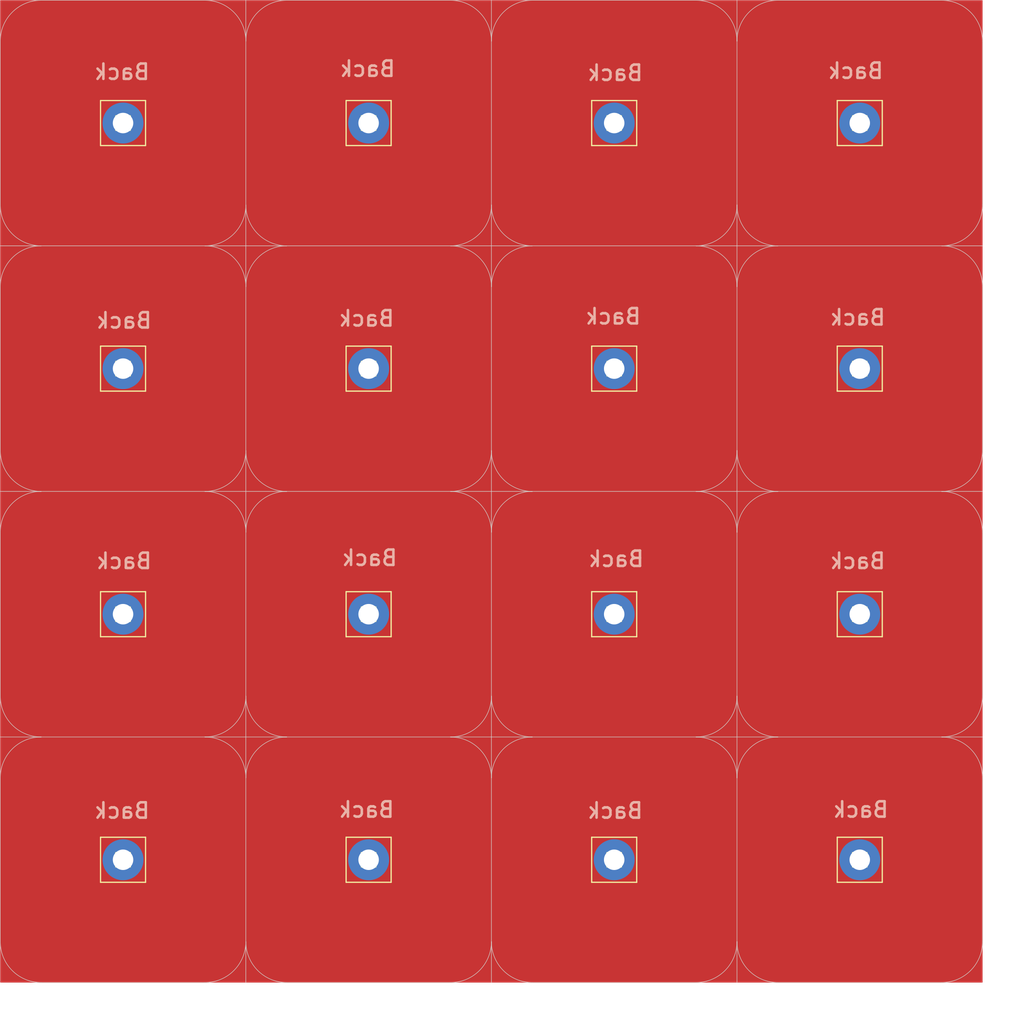
<source format=kicad_pcb>
(kicad_pcb (version 20171130) (host pcbnew 5.1.5+dfsg1-2build2)

  (general
    (thickness 1.6)
    (drawings 111)
    (tracks 0)
    (zones 0)
    (modules 32)
    (nets 2)
  )

  (page A4)
  (layers
    (0 F.Cu signal hide)
    (31 B.Cu signal)
    (32 B.Adhes user)
    (33 F.Adhes user)
    (34 B.Paste user)
    (35 F.Paste user)
    (36 B.SilkS user)
    (37 F.SilkS user)
    (38 B.Mask user)
    (39 F.Mask user)
    (40 Dwgs.User user)
    (41 Cmts.User user)
    (42 Eco1.User user)
    (43 Eco2.User user)
    (44 Edge.Cuts user)
    (45 Margin user)
    (46 B.CrtYd user)
    (47 F.CrtYd user)
    (48 B.Fab user)
    (49 F.Fab user)
  )

  (setup
    (last_trace_width 0.25)
    (trace_clearance 0.2)
    (zone_clearance 0.508)
    (zone_45_only no)
    (trace_min 0.2)
    (via_size 0.8)
    (via_drill 0.4)
    (via_min_size 0.4)
    (via_min_drill 0.3)
    (uvia_size 0.3)
    (uvia_drill 0.1)
    (uvias_allowed no)
    (uvia_min_size 0.2)
    (uvia_min_drill 0.1)
    (edge_width 0.05)
    (segment_width 0.2)
    (pcb_text_width 0.3)
    (pcb_text_size 1.5 1.5)
    (mod_edge_width 0.12)
    (mod_text_size 1 1)
    (mod_text_width 0.15)
    (pad_size 4 4)
    (pad_drill 2)
    (pad_to_mask_clearance 0.051)
    (solder_mask_min_width 0.25)
    (aux_axis_origin 165 54)
    (visible_elements FFFFFF7F)
    (pcbplotparams
      (layerselection 0x010f0_ffffffff)
      (usegerberextensions true)
      (usegerberattributes false)
      (usegerberadvancedattributes false)
      (creategerberjobfile false)
      (excludeedgelayer true)
      (linewidth 0.100000)
      (plotframeref false)
      (viasonmask false)
      (mode 1)
      (useauxorigin true)
      (hpglpennumber 1)
      (hpglpenspeed 20)
      (hpglpendiameter 15.000000)
      (psnegative false)
      (psa4output false)
      (plotreference false)
      (plotvalue false)
      (plotinvisibletext false)
      (padsonsilk false)
      (subtractmaskfromsilk true)
      (outputformat 1)
      (mirror false)
      (drillshape 0)
      (scaleselection 1)
      (outputdirectory "gerbers_panel_4x4"))
  )

  (net 0 "")
  (net 1 T)

  (net_class Default "This is the default net class."
    (clearance 0.2)
    (trace_width 0.25)
    (via_dia 0.8)
    (via_drill 0.4)
    (uvia_dia 0.3)
    (uvia_drill 0.1)
    (add_net T)
  )

  (module TestPoint:TestPoint_Pad_4.0x4.0mm (layer F.Cu) (tedit 5FF8AEAA) (tstamp 613C83E6)
    (at 105 66)
    (descr "SMD rectangular pad as test Point, square 4.0mm side length")
    (tags "test point SMD pad rectangle square")
    (path /5FF8AE39)
    (attr virtual)
    (fp_text reference TP1 (at 0 -2.898) (layer F.SilkS) hide
      (effects (font (size 1 1) (thickness 0.15)))
    )
    (fp_text value TestPoint (at 0 3.1) (layer F.Fab)
      (effects (font (size 1 1) (thickness 0.15)))
    )
    (fp_text user %R (at 0 -2.9) (layer F.Fab)
      (effects (font (size 1 1) (thickness 0.15)))
    )
    (fp_line (start -2.2 -2.2) (end 2.2 -2.2) (layer F.SilkS) (width 0.12))
    (fp_line (start 2.2 -2.2) (end 2.2 2.2) (layer F.SilkS) (width 0.12))
    (fp_line (start 2.2 2.2) (end -2.2 2.2) (layer F.SilkS) (width 0.12))
    (fp_line (start -2.2 2.2) (end -2.2 -2.2) (layer F.SilkS) (width 0.12))
    (fp_line (start -2.5 -2.5) (end 2.5 -2.5) (layer F.CrtYd) (width 0.05))
    (fp_line (start -2.5 -2.5) (end -2.5 2.5) (layer F.CrtYd) (width 0.05))
    (fp_line (start 2.5 2.5) (end 2.5 -2.5) (layer F.CrtYd) (width 0.05))
    (fp_line (start 2.5 2.5) (end -2.5 2.5) (layer F.CrtYd) (width 0.05))
    (pad 1 smd rect (at 0 0) (size 24 24) (layers F.Cu))
  )

  (module TestPoint:TestPoint_THTPad_1.0x1.0mm_Drill0.5mm (layer F.Cu) (tedit 613C7D69) (tstamp 613C83D7)
    (at 81 90)
    (descr "THT rectangular pad as test Point, square 1.0mm side length, hole diameter 0.5mm")
    (tags "test point THT pad rectangle square")
    (path /5FF8B219)
    (attr virtual)
    (fp_text reference H1 (at 0 -1.448) (layer F.SilkS) hide
      (effects (font (size 1 1) (thickness 0.15)))
    )
    (fp_text value MountingHole_Pad (at 0 1.55) (layer F.Fab)
      (effects (font (size 1 1) (thickness 0.15)))
    )
    (fp_text user %R (at 0 -1.45) (layer F.Fab)
      (effects (font (size 1 1) (thickness 0.15)))
    )
    (fp_line (start -0.7 -0.7) (end 0.7 -0.7) (layer F.SilkS) (width 0.12))
    (fp_line (start 0.7 -0.7) (end 0.7 0.7) (layer F.SilkS) (width 0.12))
    (fp_line (start 0.7 0.7) (end -0.7 0.7) (layer F.SilkS) (width 0.12))
    (fp_line (start -0.7 0.7) (end -0.7 -0.7) (layer F.SilkS) (width 0.12))
    (fp_line (start -1 -1) (end 1 -1) (layer F.CrtYd) (width 0.05))
    (fp_line (start -1 -1) (end -1 1) (layer F.CrtYd) (width 0.05))
    (fp_line (start 1 1) (end 1 -1) (layer F.CrtYd) (width 0.05))
    (fp_line (start 1 1) (end -1 1) (layer F.CrtYd) (width 0.05))
    (pad 1 thru_hole circle (at 0 0) (size 4 4) (drill 2) (layers *.Cu *.Mask))
  )

  (module TestPoint:TestPoint_Pad_4.0x4.0mm (layer F.Cu) (tedit 5FF8AEAA) (tstamp 613C83C8)
    (at 105 90)
    (descr "SMD rectangular pad as test Point, square 4.0mm side length")
    (tags "test point SMD pad rectangle square")
    (path /5FF8AE39)
    (attr virtual)
    (fp_text reference TP1 (at 0 -2.898) (layer F.SilkS) hide
      (effects (font (size 1 1) (thickness 0.15)))
    )
    (fp_text value TestPoint (at 0 3.1) (layer F.Fab)
      (effects (font (size 1 1) (thickness 0.15)))
    )
    (fp_text user %R (at 0 -2.9) (layer F.Fab)
      (effects (font (size 1 1) (thickness 0.15)))
    )
    (fp_line (start -2.2 -2.2) (end 2.2 -2.2) (layer F.SilkS) (width 0.12))
    (fp_line (start 2.2 -2.2) (end 2.2 2.2) (layer F.SilkS) (width 0.12))
    (fp_line (start 2.2 2.2) (end -2.2 2.2) (layer F.SilkS) (width 0.12))
    (fp_line (start -2.2 2.2) (end -2.2 -2.2) (layer F.SilkS) (width 0.12))
    (fp_line (start -2.5 -2.5) (end 2.5 -2.5) (layer F.CrtYd) (width 0.05))
    (fp_line (start -2.5 -2.5) (end -2.5 2.5) (layer F.CrtYd) (width 0.05))
    (fp_line (start 2.5 2.5) (end 2.5 -2.5) (layer F.CrtYd) (width 0.05))
    (fp_line (start 2.5 2.5) (end -2.5 2.5) (layer F.CrtYd) (width 0.05))
    (pad 1 smd rect (at 0 0) (size 24 24) (layers F.Cu))
  )

  (module TestPoint:TestPoint_Pad_4.0x4.0mm (layer F.Cu) (tedit 5FF8AEAA) (tstamp 613C83B9)
    (at 81 66)
    (descr "SMD rectangular pad as test Point, square 4.0mm side length")
    (tags "test point SMD pad rectangle square")
    (path /5FF8AE39)
    (attr virtual)
    (fp_text reference TP1 (at 0 -2.898) (layer F.SilkS) hide
      (effects (font (size 1 1) (thickness 0.15)))
    )
    (fp_text value TestPoint (at 0 3.1) (layer F.Fab)
      (effects (font (size 1 1) (thickness 0.15)))
    )
    (fp_line (start 2.5 2.5) (end -2.5 2.5) (layer F.CrtYd) (width 0.05))
    (fp_line (start 2.5 2.5) (end 2.5 -2.5) (layer F.CrtYd) (width 0.05))
    (fp_line (start -2.5 -2.5) (end -2.5 2.5) (layer F.CrtYd) (width 0.05))
    (fp_line (start -2.5 -2.5) (end 2.5 -2.5) (layer F.CrtYd) (width 0.05))
    (fp_line (start -2.2 2.2) (end -2.2 -2.2) (layer F.SilkS) (width 0.12))
    (fp_line (start 2.2 2.2) (end -2.2 2.2) (layer F.SilkS) (width 0.12))
    (fp_line (start 2.2 -2.2) (end 2.2 2.2) (layer F.SilkS) (width 0.12))
    (fp_line (start -2.2 -2.2) (end 2.2 -2.2) (layer F.SilkS) (width 0.12))
    (fp_text user %R (at 0 -2.9) (layer F.Fab)
      (effects (font (size 1 1) (thickness 0.15)))
    )
    (pad 1 smd rect (at 0 0) (size 24 24) (layers F.Cu))
  )

  (module TestPoint:TestPoint_Pad_4.0x4.0mm (layer F.Cu) (tedit 5FF8AEAA) (tstamp 613C83A2)
    (at 81 90)
    (descr "SMD rectangular pad as test Point, square 4.0mm side length")
    (tags "test point SMD pad rectangle square")
    (path /5FF8AE39)
    (attr virtual)
    (fp_text reference TP1 (at 0 -2.898) (layer F.SilkS) hide
      (effects (font (size 1 1) (thickness 0.15)))
    )
    (fp_text value TestPoint (at 0 3.1) (layer F.Fab)
      (effects (font (size 1 1) (thickness 0.15)))
    )
    (fp_text user %R (at 0 -2.9) (layer F.Fab)
      (effects (font (size 1 1) (thickness 0.15)))
    )
    (fp_line (start -2.2 -2.2) (end 2.2 -2.2) (layer F.SilkS) (width 0.12))
    (fp_line (start 2.2 -2.2) (end 2.2 2.2) (layer F.SilkS) (width 0.12))
    (fp_line (start 2.2 2.2) (end -2.2 2.2) (layer F.SilkS) (width 0.12))
    (fp_line (start -2.2 2.2) (end -2.2 -2.2) (layer F.SilkS) (width 0.12))
    (fp_line (start -2.5 -2.5) (end 2.5 -2.5) (layer F.CrtYd) (width 0.05))
    (fp_line (start -2.5 -2.5) (end -2.5 2.5) (layer F.CrtYd) (width 0.05))
    (fp_line (start 2.5 2.5) (end 2.5 -2.5) (layer F.CrtYd) (width 0.05))
    (fp_line (start 2.5 2.5) (end -2.5 2.5) (layer F.CrtYd) (width 0.05))
    (pad 1 smd rect (at 0 0) (size 24 24) (layers F.Cu))
  )

  (module TestPoint:TestPoint_THTPad_1.0x1.0mm_Drill0.5mm (layer F.Cu) (tedit 613C7D7B) (tstamp 613C8392)
    (at 105 114)
    (descr "THT rectangular pad as test Point, square 1.0mm side length, hole diameter 0.5mm")
    (tags "test point THT pad rectangle square")
    (path /5FF8B219)
    (attr virtual)
    (fp_text reference H1 (at 0 -1.448) (layer F.SilkS) hide
      (effects (font (size 1 1) (thickness 0.15)))
    )
    (fp_text value MountingHole_Pad (at 0 1.55) (layer F.Fab)
      (effects (font (size 1 1) (thickness 0.15)))
    )
    (fp_line (start 1 1) (end -1 1) (layer F.CrtYd) (width 0.05))
    (fp_line (start 1 1) (end 1 -1) (layer F.CrtYd) (width 0.05))
    (fp_line (start -1 -1) (end -1 1) (layer F.CrtYd) (width 0.05))
    (fp_line (start -1 -1) (end 1 -1) (layer F.CrtYd) (width 0.05))
    (fp_line (start -0.7 0.7) (end -0.7 -0.7) (layer F.SilkS) (width 0.12))
    (fp_line (start 0.7 0.7) (end -0.7 0.7) (layer F.SilkS) (width 0.12))
    (fp_line (start 0.7 -0.7) (end 0.7 0.7) (layer F.SilkS) (width 0.12))
    (fp_line (start -0.7 -0.7) (end 0.7 -0.7) (layer F.SilkS) (width 0.12))
    (fp_text user %R (at 0 -1.45) (layer F.Fab)
      (effects (font (size 1 1) (thickness 0.15)))
    )
    (pad 1 thru_hole circle (at 0 0) (size 4 4) (drill 2) (layers *.Cu *.Mask))
  )

  (module TestPoint:TestPoint_Pad_4.0x4.0mm (layer F.Cu) (tedit 5FF8AEAA) (tstamp 613C8385)
    (at 105 138)
    (descr "SMD rectangular pad as test Point, square 4.0mm side length")
    (tags "test point SMD pad rectangle square")
    (path /5FF8AE39)
    (attr virtual)
    (fp_text reference TP1 (at 0 -2.898) (layer F.SilkS) hide
      (effects (font (size 1 1) (thickness 0.15)))
    )
    (fp_text value TestPoint (at 0 3.1) (layer F.Fab)
      (effects (font (size 1 1) (thickness 0.15)))
    )
    (fp_line (start 2.5 2.5) (end -2.5 2.5) (layer F.CrtYd) (width 0.05))
    (fp_line (start 2.5 2.5) (end 2.5 -2.5) (layer F.CrtYd) (width 0.05))
    (fp_line (start -2.5 -2.5) (end -2.5 2.5) (layer F.CrtYd) (width 0.05))
    (fp_line (start -2.5 -2.5) (end 2.5 -2.5) (layer F.CrtYd) (width 0.05))
    (fp_line (start -2.2 2.2) (end -2.2 -2.2) (layer F.SilkS) (width 0.12))
    (fp_line (start 2.2 2.2) (end -2.2 2.2) (layer F.SilkS) (width 0.12))
    (fp_line (start 2.2 -2.2) (end 2.2 2.2) (layer F.SilkS) (width 0.12))
    (fp_line (start -2.2 -2.2) (end 2.2 -2.2) (layer F.SilkS) (width 0.12))
    (fp_text user %R (at 0 -2.9) (layer F.Fab)
      (effects (font (size 1 1) (thickness 0.15)))
    )
    (pad 1 smd rect (at 0 0) (size 24 24) (layers F.Cu))
  )

  (module TestPoint:TestPoint_Pad_4.0x4.0mm (layer F.Cu) (tedit 5FF8AEAA) (tstamp 613C8377)
    (at 105 114)
    (descr "SMD rectangular pad as test Point, square 4.0mm side length")
    (tags "test point SMD pad rectangle square")
    (path /5FF8AE39)
    (attr virtual)
    (fp_text reference TP1 (at 0 -2.898) (layer F.SilkS) hide
      (effects (font (size 1 1) (thickness 0.15)))
    )
    (fp_text value TestPoint (at 0 3.1) (layer F.Fab)
      (effects (font (size 1 1) (thickness 0.15)))
    )
    (fp_line (start 2.5 2.5) (end -2.5 2.5) (layer F.CrtYd) (width 0.05))
    (fp_line (start 2.5 2.5) (end 2.5 -2.5) (layer F.CrtYd) (width 0.05))
    (fp_line (start -2.5 -2.5) (end -2.5 2.5) (layer F.CrtYd) (width 0.05))
    (fp_line (start -2.5 -2.5) (end 2.5 -2.5) (layer F.CrtYd) (width 0.05))
    (fp_line (start -2.2 2.2) (end -2.2 -2.2) (layer F.SilkS) (width 0.12))
    (fp_line (start 2.2 2.2) (end -2.2 2.2) (layer F.SilkS) (width 0.12))
    (fp_line (start 2.2 -2.2) (end 2.2 2.2) (layer F.SilkS) (width 0.12))
    (fp_line (start -2.2 -2.2) (end 2.2 -2.2) (layer F.SilkS) (width 0.12))
    (fp_text user %R (at 0 -2.9) (layer F.Fab)
      (effects (font (size 1 1) (thickness 0.15)))
    )
    (pad 1 smd rect (at 0 0) (size 24 24) (layers F.Cu))
  )

  (module TestPoint:TestPoint_THTPad_1.0x1.0mm_Drill0.5mm (layer F.Cu) (tedit 613C7D69) (tstamp 613C8369)
    (at 81 138)
    (descr "THT rectangular pad as test Point, square 1.0mm side length, hole diameter 0.5mm")
    (tags "test point THT pad rectangle square")
    (path /5FF8B219)
    (attr virtual)
    (fp_text reference H1 (at 0 -1.448) (layer F.SilkS) hide
      (effects (font (size 1 1) (thickness 0.15)))
    )
    (fp_text value MountingHole_Pad (at 0 1.55) (layer F.Fab)
      (effects (font (size 1 1) (thickness 0.15)))
    )
    (fp_line (start 1 1) (end -1 1) (layer F.CrtYd) (width 0.05))
    (fp_line (start 1 1) (end 1 -1) (layer F.CrtYd) (width 0.05))
    (fp_line (start -1 -1) (end -1 1) (layer F.CrtYd) (width 0.05))
    (fp_line (start -1 -1) (end 1 -1) (layer F.CrtYd) (width 0.05))
    (fp_line (start -0.7 0.7) (end -0.7 -0.7) (layer F.SilkS) (width 0.12))
    (fp_line (start 0.7 0.7) (end -0.7 0.7) (layer F.SilkS) (width 0.12))
    (fp_line (start 0.7 -0.7) (end 0.7 0.7) (layer F.SilkS) (width 0.12))
    (fp_line (start -0.7 -0.7) (end 0.7 -0.7) (layer F.SilkS) (width 0.12))
    (fp_text user %R (at 0 -1.45) (layer F.Fab)
      (effects (font (size 1 1) (thickness 0.15)))
    )
    (pad 1 thru_hole circle (at 0 0) (size 4 4) (drill 2) (layers *.Cu *.Mask))
  )

  (module TestPoint:TestPoint_THTPad_1.0x1.0mm_Drill0.5mm (layer F.Cu) (tedit 613C7D5D) (tstamp 613C8357)
    (at 105 138)
    (descr "THT rectangular pad as test Point, square 1.0mm side length, hole diameter 0.5mm")
    (tags "test point THT pad rectangle square")
    (path /5FF8B219)
    (attr virtual)
    (fp_text reference H1 (at 0 -1.448) (layer F.SilkS) hide
      (effects (font (size 1 1) (thickness 0.15)))
    )
    (fp_text value MountingHole_Pad (at 0 1.55) (layer F.Fab)
      (effects (font (size 1 1) (thickness 0.15)))
    )
    (fp_line (start 1 1) (end -1 1) (layer F.CrtYd) (width 0.05))
    (fp_line (start 1 1) (end 1 -1) (layer F.CrtYd) (width 0.05))
    (fp_line (start -1 -1) (end -1 1) (layer F.CrtYd) (width 0.05))
    (fp_line (start -1 -1) (end 1 -1) (layer F.CrtYd) (width 0.05))
    (fp_line (start -0.7 0.7) (end -0.7 -0.7) (layer F.SilkS) (width 0.12))
    (fp_line (start 0.7 0.7) (end -0.7 0.7) (layer F.SilkS) (width 0.12))
    (fp_line (start 0.7 -0.7) (end 0.7 0.7) (layer F.SilkS) (width 0.12))
    (fp_line (start -0.7 -0.7) (end 0.7 -0.7) (layer F.SilkS) (width 0.12))
    (fp_text user %R (at 0 -1.45) (layer F.Fab)
      (effects (font (size 1 1) (thickness 0.15)))
    )
    (pad 1 thru_hole circle (at 0 0) (size 4 4) (drill 2) (layers *.Cu *.Mask))
  )

  (module TestPoint:TestPoint_THTPad_1.0x1.0mm_Drill0.5mm (layer F.Cu) (tedit 613C7D5D) (tstamp 613C8349)
    (at 105 90)
    (descr "THT rectangular pad as test Point, square 1.0mm side length, hole diameter 0.5mm")
    (tags "test point THT pad rectangle square")
    (path /5FF8B219)
    (attr virtual)
    (fp_text reference H1 (at 0 -1.448) (layer F.SilkS) hide
      (effects (font (size 1 1) (thickness 0.15)))
    )
    (fp_text value MountingHole_Pad (at 0 1.55) (layer F.Fab)
      (effects (font (size 1 1) (thickness 0.15)))
    )
    (fp_text user %R (at 0 -1.45) (layer F.Fab)
      (effects (font (size 1 1) (thickness 0.15)))
    )
    (fp_line (start -0.7 -0.7) (end 0.7 -0.7) (layer F.SilkS) (width 0.12))
    (fp_line (start 0.7 -0.7) (end 0.7 0.7) (layer F.SilkS) (width 0.12))
    (fp_line (start 0.7 0.7) (end -0.7 0.7) (layer F.SilkS) (width 0.12))
    (fp_line (start -0.7 0.7) (end -0.7 -0.7) (layer F.SilkS) (width 0.12))
    (fp_line (start -1 -1) (end 1 -1) (layer F.CrtYd) (width 0.05))
    (fp_line (start -1 -1) (end -1 1) (layer F.CrtYd) (width 0.05))
    (fp_line (start 1 1) (end 1 -1) (layer F.CrtYd) (width 0.05))
    (fp_line (start 1 1) (end -1 1) (layer F.CrtYd) (width 0.05))
    (pad 1 thru_hole circle (at 0 0) (size 4 4) (drill 2) (layers *.Cu *.Mask))
  )

  (module TestPoint:TestPoint_THTPad_1.0x1.0mm_Drill0.5mm (layer F.Cu) (tedit 613C7D74) (tstamp 613C833C)
    (at 81 66)
    (descr "THT rectangular pad as test Point, square 1.0mm side length, hole diameter 0.5mm")
    (tags "test point THT pad rectangle square")
    (path /5FF8B219)
    (attr virtual)
    (fp_text reference H1 (at 0 -1.448) (layer F.SilkS) hide
      (effects (font (size 1 1) (thickness 0.15)))
    )
    (fp_text value MountingHole_Pad (at 0 1.55) (layer F.Fab)
      (effects (font (size 1 1) (thickness 0.15)))
    )
    (fp_line (start 1 1) (end -1 1) (layer F.CrtYd) (width 0.05))
    (fp_line (start 1 1) (end 1 -1) (layer F.CrtYd) (width 0.05))
    (fp_line (start -1 -1) (end -1 1) (layer F.CrtYd) (width 0.05))
    (fp_line (start -1 -1) (end 1 -1) (layer F.CrtYd) (width 0.05))
    (fp_line (start -0.7 0.7) (end -0.7 -0.7) (layer F.SilkS) (width 0.12))
    (fp_line (start 0.7 0.7) (end -0.7 0.7) (layer F.SilkS) (width 0.12))
    (fp_line (start 0.7 -0.7) (end 0.7 0.7) (layer F.SilkS) (width 0.12))
    (fp_line (start -0.7 -0.7) (end 0.7 -0.7) (layer F.SilkS) (width 0.12))
    (fp_text user %R (at 0 -1.45) (layer F.Fab)
      (effects (font (size 1 1) (thickness 0.15)))
    )
    (pad 1 thru_hole circle (at 0 0) (size 4 4) (drill 2) (layers *.Cu *.Mask))
  )

  (module TestPoint:TestPoint_Pad_4.0x4.0mm (layer F.Cu) (tedit 5FF8AEAA) (tstamp 613C8328)
    (at 81 138)
    (descr "SMD rectangular pad as test Point, square 4.0mm side length")
    (tags "test point SMD pad rectangle square")
    (path /5FF8AE39)
    (attr virtual)
    (fp_text reference TP1 (at 0 -2.898) (layer F.SilkS) hide
      (effects (font (size 1 1) (thickness 0.15)))
    )
    (fp_text value TestPoint (at 0 3.1) (layer F.Fab)
      (effects (font (size 1 1) (thickness 0.15)))
    )
    (fp_line (start 2.5 2.5) (end -2.5 2.5) (layer F.CrtYd) (width 0.05))
    (fp_line (start 2.5 2.5) (end 2.5 -2.5) (layer F.CrtYd) (width 0.05))
    (fp_line (start -2.5 -2.5) (end -2.5 2.5) (layer F.CrtYd) (width 0.05))
    (fp_line (start -2.5 -2.5) (end 2.5 -2.5) (layer F.CrtYd) (width 0.05))
    (fp_line (start -2.2 2.2) (end -2.2 -2.2) (layer F.SilkS) (width 0.12))
    (fp_line (start 2.2 2.2) (end -2.2 2.2) (layer F.SilkS) (width 0.12))
    (fp_line (start 2.2 -2.2) (end 2.2 2.2) (layer F.SilkS) (width 0.12))
    (fp_line (start -2.2 -2.2) (end 2.2 -2.2) (layer F.SilkS) (width 0.12))
    (fp_text user %R (at 0 -2.9) (layer F.Fab)
      (effects (font (size 1 1) (thickness 0.15)))
    )
    (pad 1 smd rect (at 0 0) (size 24 24) (layers F.Cu))
  )

  (module TestPoint:TestPoint_THTPad_1.0x1.0mm_Drill0.5mm (layer F.Cu) (tedit 613C7D7B) (tstamp 613C831A)
    (at 105 66)
    (descr "THT rectangular pad as test Point, square 1.0mm side length, hole diameter 0.5mm")
    (tags "test point THT pad rectangle square")
    (path /5FF8B219)
    (attr virtual)
    (fp_text reference H1 (at 0 -1.448) (layer F.SilkS) hide
      (effects (font (size 1 1) (thickness 0.15)))
    )
    (fp_text value MountingHole_Pad (at 0 1.55) (layer F.Fab)
      (effects (font (size 1 1) (thickness 0.15)))
    )
    (fp_text user %R (at 0 -1.45) (layer F.Fab)
      (effects (font (size 1 1) (thickness 0.15)))
    )
    (fp_line (start -0.7 -0.7) (end 0.7 -0.7) (layer F.SilkS) (width 0.12))
    (fp_line (start 0.7 -0.7) (end 0.7 0.7) (layer F.SilkS) (width 0.12))
    (fp_line (start 0.7 0.7) (end -0.7 0.7) (layer F.SilkS) (width 0.12))
    (fp_line (start -0.7 0.7) (end -0.7 -0.7) (layer F.SilkS) (width 0.12))
    (fp_line (start -1 -1) (end 1 -1) (layer F.CrtYd) (width 0.05))
    (fp_line (start -1 -1) (end -1 1) (layer F.CrtYd) (width 0.05))
    (fp_line (start 1 1) (end 1 -1) (layer F.CrtYd) (width 0.05))
    (fp_line (start 1 1) (end -1 1) (layer F.CrtYd) (width 0.05))
    (pad 1 thru_hole circle (at 0 0) (size 4 4) (drill 2) (layers *.Cu *.Mask))
  )

  (module TestPoint:TestPoint_Pad_4.0x4.0mm (layer F.Cu) (tedit 5FF8AEAA) (tstamp 613C830B)
    (at 81 114)
    (descr "SMD rectangular pad as test Point, square 4.0mm side length")
    (tags "test point SMD pad rectangle square")
    (path /5FF8AE39)
    (attr virtual)
    (fp_text reference TP1 (at 0 -2.898) (layer F.SilkS) hide
      (effects (font (size 1 1) (thickness 0.15)))
    )
    (fp_text value TestPoint (at 0 3.1) (layer F.Fab)
      (effects (font (size 1 1) (thickness 0.15)))
    )
    (fp_text user %R (at 0 -2.9) (layer F.Fab)
      (effects (font (size 1 1) (thickness 0.15)))
    )
    (fp_line (start -2.2 -2.2) (end 2.2 -2.2) (layer F.SilkS) (width 0.12))
    (fp_line (start 2.2 -2.2) (end 2.2 2.2) (layer F.SilkS) (width 0.12))
    (fp_line (start 2.2 2.2) (end -2.2 2.2) (layer F.SilkS) (width 0.12))
    (fp_line (start -2.2 2.2) (end -2.2 -2.2) (layer F.SilkS) (width 0.12))
    (fp_line (start -2.5 -2.5) (end 2.5 -2.5) (layer F.CrtYd) (width 0.05))
    (fp_line (start -2.5 -2.5) (end -2.5 2.5) (layer F.CrtYd) (width 0.05))
    (fp_line (start 2.5 2.5) (end 2.5 -2.5) (layer F.CrtYd) (width 0.05))
    (fp_line (start 2.5 2.5) (end -2.5 2.5) (layer F.CrtYd) (width 0.05))
    (pad 1 smd rect (at 0 0) (size 24 24) (layers F.Cu))
  )

  (module TestPoint:TestPoint_THTPad_1.0x1.0mm_Drill0.5mm (layer F.Cu) (tedit 613C7D74) (tstamp 613C82FC)
    (at 81 114)
    (descr "THT rectangular pad as test Point, square 1.0mm side length, hole diameter 0.5mm")
    (tags "test point THT pad rectangle square")
    (path /5FF8B219)
    (attr virtual)
    (fp_text reference H1 (at 0 -1.448) (layer F.SilkS) hide
      (effects (font (size 1 1) (thickness 0.15)))
    )
    (fp_text value MountingHole_Pad (at 0 1.55) (layer F.Fab)
      (effects (font (size 1 1) (thickness 0.15)))
    )
    (fp_text user %R (at 0 -1.45) (layer F.Fab)
      (effects (font (size 1 1) (thickness 0.15)))
    )
    (fp_line (start -0.7 -0.7) (end 0.7 -0.7) (layer F.SilkS) (width 0.12))
    (fp_line (start 0.7 -0.7) (end 0.7 0.7) (layer F.SilkS) (width 0.12))
    (fp_line (start 0.7 0.7) (end -0.7 0.7) (layer F.SilkS) (width 0.12))
    (fp_line (start -0.7 0.7) (end -0.7 -0.7) (layer F.SilkS) (width 0.12))
    (fp_line (start -1 -1) (end 1 -1) (layer F.CrtYd) (width 0.05))
    (fp_line (start -1 -1) (end -1 1) (layer F.CrtYd) (width 0.05))
    (fp_line (start 1 1) (end 1 -1) (layer F.CrtYd) (width 0.05))
    (fp_line (start 1 1) (end -1 1) (layer F.CrtYd) (width 0.05))
    (pad 1 thru_hole circle (at 0 0) (size 4 4) (drill 2) (layers *.Cu *.Mask))
  )

  (module TestPoint:TestPoint_THTPad_1.0x1.0mm_Drill0.5mm (layer F.Cu) (tedit 613C7D7B) (tstamp 613C7FA9)
    (at 153 66)
    (descr "THT rectangular pad as test Point, square 1.0mm side length, hole diameter 0.5mm")
    (tags "test point THT pad rectangle square")
    (path /5FF8B219)
    (attr virtual)
    (fp_text reference H1 (at 0 -1.448) (layer F.SilkS) hide
      (effects (font (size 1 1) (thickness 0.15)))
    )
    (fp_text value MountingHole_Pad (at 0 1.55) (layer F.Fab)
      (effects (font (size 1 1) (thickness 0.15)))
    )
    (fp_line (start 1 1) (end -1 1) (layer F.CrtYd) (width 0.05))
    (fp_line (start 1 1) (end 1 -1) (layer F.CrtYd) (width 0.05))
    (fp_line (start -1 -1) (end -1 1) (layer F.CrtYd) (width 0.05))
    (fp_line (start -1 -1) (end 1 -1) (layer F.CrtYd) (width 0.05))
    (fp_line (start -0.7 0.7) (end -0.7 -0.7) (layer F.SilkS) (width 0.12))
    (fp_line (start 0.7 0.7) (end -0.7 0.7) (layer F.SilkS) (width 0.12))
    (fp_line (start 0.7 -0.7) (end 0.7 0.7) (layer F.SilkS) (width 0.12))
    (fp_line (start -0.7 -0.7) (end 0.7 -0.7) (layer F.SilkS) (width 0.12))
    (fp_text user %R (at 0 -1.45) (layer F.Fab)
      (effects (font (size 1 1) (thickness 0.15)))
    )
    (pad 1 thru_hole circle (at 0 0) (size 4 4) (drill 2) (layers *.Cu *.Mask))
  )

  (module TestPoint:TestPoint_Pad_4.0x4.0mm (layer F.Cu) (tedit 5FF8AEAA) (tstamp 613C7F9C)
    (at 153 90)
    (descr "SMD rectangular pad as test Point, square 4.0mm side length")
    (tags "test point SMD pad rectangle square")
    (path /5FF8AE39)
    (attr virtual)
    (fp_text reference TP1 (at 0 -2.898) (layer F.SilkS) hide
      (effects (font (size 1 1) (thickness 0.15)))
    )
    (fp_text value TestPoint (at 0 3.1) (layer F.Fab)
      (effects (font (size 1 1) (thickness 0.15)))
    )
    (fp_line (start 2.5 2.5) (end -2.5 2.5) (layer F.CrtYd) (width 0.05))
    (fp_line (start 2.5 2.5) (end 2.5 -2.5) (layer F.CrtYd) (width 0.05))
    (fp_line (start -2.5 -2.5) (end -2.5 2.5) (layer F.CrtYd) (width 0.05))
    (fp_line (start -2.5 -2.5) (end 2.5 -2.5) (layer F.CrtYd) (width 0.05))
    (fp_line (start -2.2 2.2) (end -2.2 -2.2) (layer F.SilkS) (width 0.12))
    (fp_line (start 2.2 2.2) (end -2.2 2.2) (layer F.SilkS) (width 0.12))
    (fp_line (start 2.2 -2.2) (end 2.2 2.2) (layer F.SilkS) (width 0.12))
    (fp_line (start -2.2 -2.2) (end 2.2 -2.2) (layer F.SilkS) (width 0.12))
    (fp_text user %R (at 0 -2.9) (layer F.Fab)
      (effects (font (size 1 1) (thickness 0.15)))
    )
    (pad 1 smd rect (at 0 0) (size 24 24) (layers F.Cu))
  )

  (module TestPoint:TestPoint_Pad_4.0x4.0mm (layer F.Cu) (tedit 5FF8AEAA) (tstamp 613C7F8E)
    (at 153 66)
    (descr "SMD rectangular pad as test Point, square 4.0mm side length")
    (tags "test point SMD pad rectangle square")
    (path /5FF8AE39)
    (attr virtual)
    (fp_text reference TP1 (at 0 -2.898) (layer F.SilkS) hide
      (effects (font (size 1 1) (thickness 0.15)))
    )
    (fp_text value TestPoint (at 0 3.1) (layer F.Fab)
      (effects (font (size 1 1) (thickness 0.15)))
    )
    (fp_line (start 2.5 2.5) (end -2.5 2.5) (layer F.CrtYd) (width 0.05))
    (fp_line (start 2.5 2.5) (end 2.5 -2.5) (layer F.CrtYd) (width 0.05))
    (fp_line (start -2.5 -2.5) (end -2.5 2.5) (layer F.CrtYd) (width 0.05))
    (fp_line (start -2.5 -2.5) (end 2.5 -2.5) (layer F.CrtYd) (width 0.05))
    (fp_line (start -2.2 2.2) (end -2.2 -2.2) (layer F.SilkS) (width 0.12))
    (fp_line (start 2.2 2.2) (end -2.2 2.2) (layer F.SilkS) (width 0.12))
    (fp_line (start 2.2 -2.2) (end 2.2 2.2) (layer F.SilkS) (width 0.12))
    (fp_line (start -2.2 -2.2) (end 2.2 -2.2) (layer F.SilkS) (width 0.12))
    (fp_text user %R (at 0 -2.9) (layer F.Fab)
      (effects (font (size 1 1) (thickness 0.15)))
    )
    (pad 1 smd rect (at 0 0) (size 24 24) (layers F.Cu))
  )

  (module TestPoint:TestPoint_THTPad_1.0x1.0mm_Drill0.5mm (layer F.Cu) (tedit 613C7D69) (tstamp 613C7F80)
    (at 129 90)
    (descr "THT rectangular pad as test Point, square 1.0mm side length, hole diameter 0.5mm")
    (tags "test point THT pad rectangle square")
    (path /5FF8B219)
    (attr virtual)
    (fp_text reference H1 (at 0 -1.448) (layer F.SilkS) hide
      (effects (font (size 1 1) (thickness 0.15)))
    )
    (fp_text value MountingHole_Pad (at 0 1.55) (layer F.Fab)
      (effects (font (size 1 1) (thickness 0.15)))
    )
    (fp_line (start 1 1) (end -1 1) (layer F.CrtYd) (width 0.05))
    (fp_line (start 1 1) (end 1 -1) (layer F.CrtYd) (width 0.05))
    (fp_line (start -1 -1) (end -1 1) (layer F.CrtYd) (width 0.05))
    (fp_line (start -1 -1) (end 1 -1) (layer F.CrtYd) (width 0.05))
    (fp_line (start -0.7 0.7) (end -0.7 -0.7) (layer F.SilkS) (width 0.12))
    (fp_line (start 0.7 0.7) (end -0.7 0.7) (layer F.SilkS) (width 0.12))
    (fp_line (start 0.7 -0.7) (end 0.7 0.7) (layer F.SilkS) (width 0.12))
    (fp_line (start -0.7 -0.7) (end 0.7 -0.7) (layer F.SilkS) (width 0.12))
    (fp_text user %R (at 0 -1.45) (layer F.Fab)
      (effects (font (size 1 1) (thickness 0.15)))
    )
    (pad 1 thru_hole circle (at 0 0) (size 4 4) (drill 2) (layers *.Cu *.Mask))
  )

  (module TestPoint:TestPoint_THTPad_1.0x1.0mm_Drill0.5mm (layer F.Cu) (tedit 613C7D5D) (tstamp 613C7F6E)
    (at 153 90)
    (descr "THT rectangular pad as test Point, square 1.0mm side length, hole diameter 0.5mm")
    (tags "test point THT pad rectangle square")
    (path /5FF8B219)
    (attr virtual)
    (fp_text reference H1 (at 0 -1.448) (layer F.SilkS) hide
      (effects (font (size 1 1) (thickness 0.15)))
    )
    (fp_text value MountingHole_Pad (at 0 1.55) (layer F.Fab)
      (effects (font (size 1 1) (thickness 0.15)))
    )
    (fp_line (start 1 1) (end -1 1) (layer F.CrtYd) (width 0.05))
    (fp_line (start 1 1) (end 1 -1) (layer F.CrtYd) (width 0.05))
    (fp_line (start -1 -1) (end -1 1) (layer F.CrtYd) (width 0.05))
    (fp_line (start -1 -1) (end 1 -1) (layer F.CrtYd) (width 0.05))
    (fp_line (start -0.7 0.7) (end -0.7 -0.7) (layer F.SilkS) (width 0.12))
    (fp_line (start 0.7 0.7) (end -0.7 0.7) (layer F.SilkS) (width 0.12))
    (fp_line (start 0.7 -0.7) (end 0.7 0.7) (layer F.SilkS) (width 0.12))
    (fp_line (start -0.7 -0.7) (end 0.7 -0.7) (layer F.SilkS) (width 0.12))
    (fp_text user %R (at 0 -1.45) (layer F.Fab)
      (effects (font (size 1 1) (thickness 0.15)))
    )
    (pad 1 thru_hole circle (at 0 0) (size 4 4) (drill 2) (layers *.Cu *.Mask))
  )

  (module TestPoint:TestPoint_Pad_4.0x4.0mm (layer F.Cu) (tedit 5FF8AEAA) (tstamp 613C7F61)
    (at 129 90)
    (descr "SMD rectangular pad as test Point, square 4.0mm side length")
    (tags "test point SMD pad rectangle square")
    (path /5FF8AE39)
    (attr virtual)
    (fp_text reference TP1 (at 0 -2.898) (layer F.SilkS) hide
      (effects (font (size 1 1) (thickness 0.15)))
    )
    (fp_text value TestPoint (at 0 3.1) (layer F.Fab)
      (effects (font (size 1 1) (thickness 0.15)))
    )
    (fp_line (start 2.5 2.5) (end -2.5 2.5) (layer F.CrtYd) (width 0.05))
    (fp_line (start 2.5 2.5) (end 2.5 -2.5) (layer F.CrtYd) (width 0.05))
    (fp_line (start -2.5 -2.5) (end -2.5 2.5) (layer F.CrtYd) (width 0.05))
    (fp_line (start -2.5 -2.5) (end 2.5 -2.5) (layer F.CrtYd) (width 0.05))
    (fp_line (start -2.2 2.2) (end -2.2 -2.2) (layer F.SilkS) (width 0.12))
    (fp_line (start 2.2 2.2) (end -2.2 2.2) (layer F.SilkS) (width 0.12))
    (fp_line (start 2.2 -2.2) (end 2.2 2.2) (layer F.SilkS) (width 0.12))
    (fp_line (start -2.2 -2.2) (end 2.2 -2.2) (layer F.SilkS) (width 0.12))
    (fp_text user %R (at 0 -2.9) (layer F.Fab)
      (effects (font (size 1 1) (thickness 0.15)))
    )
    (pad 1 smd rect (at 0 0) (size 24 24) (layers F.Cu))
  )

  (module TestPoint:TestPoint_Pad_4.0x4.0mm (layer F.Cu) (tedit 5FF8AEAA) (tstamp 613C7F53)
    (at 129 66)
    (descr "SMD rectangular pad as test Point, square 4.0mm side length")
    (tags "test point SMD pad rectangle square")
    (path /5FF8AE39)
    (attr virtual)
    (fp_text reference TP1 (at 0 -2.898) (layer F.SilkS) hide
      (effects (font (size 1 1) (thickness 0.15)))
    )
    (fp_text value TestPoint (at 0 3.1) (layer F.Fab)
      (effects (font (size 1 1) (thickness 0.15)))
    )
    (fp_text user %R (at 0 -2.9) (layer F.Fab)
      (effects (font (size 1 1) (thickness 0.15)))
    )
    (fp_line (start -2.2 -2.2) (end 2.2 -2.2) (layer F.SilkS) (width 0.12))
    (fp_line (start 2.2 -2.2) (end 2.2 2.2) (layer F.SilkS) (width 0.12))
    (fp_line (start 2.2 2.2) (end -2.2 2.2) (layer F.SilkS) (width 0.12))
    (fp_line (start -2.2 2.2) (end -2.2 -2.2) (layer F.SilkS) (width 0.12))
    (fp_line (start -2.5 -2.5) (end 2.5 -2.5) (layer F.CrtYd) (width 0.05))
    (fp_line (start -2.5 -2.5) (end -2.5 2.5) (layer F.CrtYd) (width 0.05))
    (fp_line (start 2.5 2.5) (end 2.5 -2.5) (layer F.CrtYd) (width 0.05))
    (fp_line (start 2.5 2.5) (end -2.5 2.5) (layer F.CrtYd) (width 0.05))
    (pad 1 smd rect (at 0 0) (size 24 24) (layers F.Cu))
  )

  (module TestPoint:TestPoint_THTPad_1.0x1.0mm_Drill0.5mm (layer F.Cu) (tedit 613C7D74) (tstamp 613C7F44)
    (at 129 66)
    (descr "THT rectangular pad as test Point, square 1.0mm side length, hole diameter 0.5mm")
    (tags "test point THT pad rectangle square")
    (path /5FF8B219)
    (attr virtual)
    (fp_text reference H1 (at 0 -1.448) (layer F.SilkS) hide
      (effects (font (size 1 1) (thickness 0.15)))
    )
    (fp_text value MountingHole_Pad (at 0 1.55) (layer F.Fab)
      (effects (font (size 1 1) (thickness 0.15)))
    )
    (fp_text user %R (at 0 -1.45) (layer F.Fab)
      (effects (font (size 1 1) (thickness 0.15)))
    )
    (fp_line (start -0.7 -0.7) (end 0.7 -0.7) (layer F.SilkS) (width 0.12))
    (fp_line (start 0.7 -0.7) (end 0.7 0.7) (layer F.SilkS) (width 0.12))
    (fp_line (start 0.7 0.7) (end -0.7 0.7) (layer F.SilkS) (width 0.12))
    (fp_line (start -0.7 0.7) (end -0.7 -0.7) (layer F.SilkS) (width 0.12))
    (fp_line (start -1 -1) (end 1 -1) (layer F.CrtYd) (width 0.05))
    (fp_line (start -1 -1) (end -1 1) (layer F.CrtYd) (width 0.05))
    (fp_line (start 1 1) (end 1 -1) (layer F.CrtYd) (width 0.05))
    (fp_line (start 1 1) (end -1 1) (layer F.CrtYd) (width 0.05))
    (pad 1 thru_hole circle (at 0 0) (size 4 4) (drill 2) (layers *.Cu *.Mask))
  )

  (module TestPoint:TestPoint_Pad_4.0x4.0mm (layer F.Cu) (tedit 5FF8AEAA) (tstamp 5FF8AFB9)
    (at 153 138)
    (descr "SMD rectangular pad as test Point, square 4.0mm side length")
    (tags "test point SMD pad rectangle square")
    (path /5FF8AE39)
    (attr virtual)
    (fp_text reference TP1 (at 0 -2.898) (layer F.SilkS) hide
      (effects (font (size 1 1) (thickness 0.15)))
    )
    (fp_text value TestPoint (at 0 3.1) (layer F.Fab)
      (effects (font (size 1 1) (thickness 0.15)))
    )
    (fp_text user %R (at 0 -2.9) (layer F.Fab)
      (effects (font (size 1 1) (thickness 0.15)))
    )
    (fp_line (start -2.2 -2.2) (end 2.2 -2.2) (layer F.SilkS) (width 0.12))
    (fp_line (start 2.2 -2.2) (end 2.2 2.2) (layer F.SilkS) (width 0.12))
    (fp_line (start 2.2 2.2) (end -2.2 2.2) (layer F.SilkS) (width 0.12))
    (fp_line (start -2.2 2.2) (end -2.2 -2.2) (layer F.SilkS) (width 0.12))
    (fp_line (start -2.5 -2.5) (end 2.5 -2.5) (layer F.CrtYd) (width 0.05))
    (fp_line (start -2.5 -2.5) (end -2.5 2.5) (layer F.CrtYd) (width 0.05))
    (fp_line (start 2.5 2.5) (end 2.5 -2.5) (layer F.CrtYd) (width 0.05))
    (fp_line (start 2.5 2.5) (end -2.5 2.5) (layer F.CrtYd) (width 0.05))
    (pad 1 smd rect (at 0 0) (size 24 24) (layers F.Cu))
  )

  (module TestPoint:TestPoint_THTPad_1.0x1.0mm_Drill0.5mm (layer F.Cu) (tedit 613C7D5D) (tstamp 5FF8AFA9)
    (at 153 138)
    (descr "THT rectangular pad as test Point, square 1.0mm side length, hole diameter 0.5mm")
    (tags "test point THT pad rectangle square")
    (path /5FF8B219)
    (attr virtual)
    (fp_text reference H1 (at 0 -1.448) (layer F.SilkS) hide
      (effects (font (size 1 1) (thickness 0.15)))
    )
    (fp_text value MountingHole_Pad (at 0 1.55) (layer F.Fab)
      (effects (font (size 1 1) (thickness 0.15)))
    )
    (fp_text user %R (at 0 -1.45) (layer F.Fab)
      (effects (font (size 1 1) (thickness 0.15)))
    )
    (fp_line (start -0.7 -0.7) (end 0.7 -0.7) (layer F.SilkS) (width 0.12))
    (fp_line (start 0.7 -0.7) (end 0.7 0.7) (layer F.SilkS) (width 0.12))
    (fp_line (start 0.7 0.7) (end -0.7 0.7) (layer F.SilkS) (width 0.12))
    (fp_line (start -0.7 0.7) (end -0.7 -0.7) (layer F.SilkS) (width 0.12))
    (fp_line (start -1 -1) (end 1 -1) (layer F.CrtYd) (width 0.05))
    (fp_line (start -1 -1) (end -1 1) (layer F.CrtYd) (width 0.05))
    (fp_line (start 1 1) (end 1 -1) (layer F.CrtYd) (width 0.05))
    (fp_line (start 1 1) (end -1 1) (layer F.CrtYd) (width 0.05))
    (pad 1 thru_hole circle (at 0 0) (size 4 4) (drill 2) (layers *.Cu *.Mask))
  )

  (module TestPoint:TestPoint_Pad_4.0x4.0mm (layer F.Cu) (tedit 5FF8AEAA) (tstamp 5FF8AFB9)
    (at 129 138)
    (descr "SMD rectangular pad as test Point, square 4.0mm side length")
    (tags "test point SMD pad rectangle square")
    (path /5FF8AE39)
    (attr virtual)
    (fp_text reference TP1 (at 0 -2.898) (layer F.SilkS) hide
      (effects (font (size 1 1) (thickness 0.15)))
    )
    (fp_text value TestPoint (at 0 3.1) (layer F.Fab)
      (effects (font (size 1 1) (thickness 0.15)))
    )
    (fp_text user %R (at 0 -2.9) (layer F.Fab)
      (effects (font (size 1 1) (thickness 0.15)))
    )
    (fp_line (start -2.2 -2.2) (end 2.2 -2.2) (layer F.SilkS) (width 0.12))
    (fp_line (start 2.2 -2.2) (end 2.2 2.2) (layer F.SilkS) (width 0.12))
    (fp_line (start 2.2 2.2) (end -2.2 2.2) (layer F.SilkS) (width 0.12))
    (fp_line (start -2.2 2.2) (end -2.2 -2.2) (layer F.SilkS) (width 0.12))
    (fp_line (start -2.5 -2.5) (end 2.5 -2.5) (layer F.CrtYd) (width 0.05))
    (fp_line (start -2.5 -2.5) (end -2.5 2.5) (layer F.CrtYd) (width 0.05))
    (fp_line (start 2.5 2.5) (end 2.5 -2.5) (layer F.CrtYd) (width 0.05))
    (fp_line (start 2.5 2.5) (end -2.5 2.5) (layer F.CrtYd) (width 0.05))
    (pad 1 smd rect (at 0 0) (size 24 24) (layers F.Cu))
  )

  (module TestPoint:TestPoint_THTPad_1.0x1.0mm_Drill0.5mm (layer F.Cu) (tedit 613C7D69) (tstamp 5FF8AFA9)
    (at 129 138)
    (descr "THT rectangular pad as test Point, square 1.0mm side length, hole diameter 0.5mm")
    (tags "test point THT pad rectangle square")
    (path /5FF8B219)
    (attr virtual)
    (fp_text reference H1 (at 0 -1.448) (layer F.SilkS) hide
      (effects (font (size 1 1) (thickness 0.15)))
    )
    (fp_text value MountingHole_Pad (at 0 1.55) (layer F.Fab)
      (effects (font (size 1 1) (thickness 0.15)))
    )
    (fp_text user %R (at 0 -1.45) (layer F.Fab)
      (effects (font (size 1 1) (thickness 0.15)))
    )
    (fp_line (start -0.7 -0.7) (end 0.7 -0.7) (layer F.SilkS) (width 0.12))
    (fp_line (start 0.7 -0.7) (end 0.7 0.7) (layer F.SilkS) (width 0.12))
    (fp_line (start 0.7 0.7) (end -0.7 0.7) (layer F.SilkS) (width 0.12))
    (fp_line (start -0.7 0.7) (end -0.7 -0.7) (layer F.SilkS) (width 0.12))
    (fp_line (start -1 -1) (end 1 -1) (layer F.CrtYd) (width 0.05))
    (fp_line (start -1 -1) (end -1 1) (layer F.CrtYd) (width 0.05))
    (fp_line (start 1 1) (end 1 -1) (layer F.CrtYd) (width 0.05))
    (fp_line (start 1 1) (end -1 1) (layer F.CrtYd) (width 0.05))
    (pad 1 thru_hole circle (at 0 0) (size 4 4) (drill 2) (layers *.Cu *.Mask))
  )

  (module TestPoint:TestPoint_Pad_4.0x4.0mm (layer F.Cu) (tedit 5FF8AEAA) (tstamp 5FF8AFB9)
    (at 153 114)
    (descr "SMD rectangular pad as test Point, square 4.0mm side length")
    (tags "test point SMD pad rectangle square")
    (path /5FF8AE39)
    (attr virtual)
    (fp_text reference TP1 (at 0 -2.898) (layer F.SilkS) hide
      (effects (font (size 1 1) (thickness 0.15)))
    )
    (fp_text value TestPoint (at 0 3.1) (layer F.Fab)
      (effects (font (size 1 1) (thickness 0.15)))
    )
    (fp_text user %R (at 0 -2.9) (layer F.Fab)
      (effects (font (size 1 1) (thickness 0.15)))
    )
    (fp_line (start -2.2 -2.2) (end 2.2 -2.2) (layer F.SilkS) (width 0.12))
    (fp_line (start 2.2 -2.2) (end 2.2 2.2) (layer F.SilkS) (width 0.12))
    (fp_line (start 2.2 2.2) (end -2.2 2.2) (layer F.SilkS) (width 0.12))
    (fp_line (start -2.2 2.2) (end -2.2 -2.2) (layer F.SilkS) (width 0.12))
    (fp_line (start -2.5 -2.5) (end 2.5 -2.5) (layer F.CrtYd) (width 0.05))
    (fp_line (start -2.5 -2.5) (end -2.5 2.5) (layer F.CrtYd) (width 0.05))
    (fp_line (start 2.5 2.5) (end 2.5 -2.5) (layer F.CrtYd) (width 0.05))
    (fp_line (start 2.5 2.5) (end -2.5 2.5) (layer F.CrtYd) (width 0.05))
    (pad 1 smd rect (at 0 0) (size 24 24) (layers F.Cu))
  )

  (module TestPoint:TestPoint_THTPad_1.0x1.0mm_Drill0.5mm (layer F.Cu) (tedit 613C7D7B) (tstamp 5FF8AFA9)
    (at 153 114)
    (descr "THT rectangular pad as test Point, square 1.0mm side length, hole diameter 0.5mm")
    (tags "test point THT pad rectangle square")
    (path /5FF8B219)
    (attr virtual)
    (fp_text reference H1 (at 0 -1.448) (layer F.SilkS) hide
      (effects (font (size 1 1) (thickness 0.15)))
    )
    (fp_text value MountingHole_Pad (at 0 1.55) (layer F.Fab)
      (effects (font (size 1 1) (thickness 0.15)))
    )
    (fp_text user %R (at 0 -1.45) (layer F.Fab)
      (effects (font (size 1 1) (thickness 0.15)))
    )
    (fp_line (start -0.7 -0.7) (end 0.7 -0.7) (layer F.SilkS) (width 0.12))
    (fp_line (start 0.7 -0.7) (end 0.7 0.7) (layer F.SilkS) (width 0.12))
    (fp_line (start 0.7 0.7) (end -0.7 0.7) (layer F.SilkS) (width 0.12))
    (fp_line (start -0.7 0.7) (end -0.7 -0.7) (layer F.SilkS) (width 0.12))
    (fp_line (start -1 -1) (end 1 -1) (layer F.CrtYd) (width 0.05))
    (fp_line (start -1 -1) (end -1 1) (layer F.CrtYd) (width 0.05))
    (fp_line (start 1 1) (end 1 -1) (layer F.CrtYd) (width 0.05))
    (fp_line (start 1 1) (end -1 1) (layer F.CrtYd) (width 0.05))
    (pad 1 thru_hole circle (at 0 0) (size 4 4) (drill 2) (layers *.Cu *.Mask))
  )

  (module TestPoint:TestPoint_Pad_4.0x4.0mm (layer F.Cu) (tedit 5FF8AEAA) (tstamp 5FF9095A)
    (at 129 114)
    (descr "SMD rectangular pad as test Point, square 4.0mm side length")
    (tags "test point SMD pad rectangle square")
    (path /5FF8AE39)
    (attr virtual)
    (fp_text reference TP1 (at 0 -2.898) (layer F.SilkS) hide
      (effects (font (size 1 1) (thickness 0.15)))
    )
    (fp_text value TestPoint (at 0 3.1) (layer F.Fab)
      (effects (font (size 1 1) (thickness 0.15)))
    )
    (fp_line (start 2.5 2.5) (end -2.5 2.5) (layer F.CrtYd) (width 0.05))
    (fp_line (start 2.5 2.5) (end 2.5 -2.5) (layer F.CrtYd) (width 0.05))
    (fp_line (start -2.5 -2.5) (end -2.5 2.5) (layer F.CrtYd) (width 0.05))
    (fp_line (start -2.5 -2.5) (end 2.5 -2.5) (layer F.CrtYd) (width 0.05))
    (fp_line (start -2.2 2.2) (end -2.2 -2.2) (layer F.SilkS) (width 0.12))
    (fp_line (start 2.2 2.2) (end -2.2 2.2) (layer F.SilkS) (width 0.12))
    (fp_line (start 2.2 -2.2) (end 2.2 2.2) (layer F.SilkS) (width 0.12))
    (fp_line (start -2.2 -2.2) (end 2.2 -2.2) (layer F.SilkS) (width 0.12))
    (fp_text user %R (at 0 -2.9) (layer F.Fab)
      (effects (font (size 1 1) (thickness 0.15)))
    )
    (pad 1 smd rect (at 0 0) (size 24 24) (layers F.Cu)
      (net 1 T))
  )

  (module TestPoint:TestPoint_THTPad_1.0x1.0mm_Drill0.5mm (layer F.Cu) (tedit 613C7D74) (tstamp 5FF9094C)
    (at 129 114)
    (descr "THT rectangular pad as test Point, square 1.0mm side length, hole diameter 0.5mm")
    (tags "test point THT pad rectangle square")
    (path /5FF8B219)
    (attr virtual)
    (fp_text reference H1 (at 0 -1.448) (layer F.SilkS) hide
      (effects (font (size 1 1) (thickness 0.15)))
    )
    (fp_text value MountingHole_Pad (at 0 1.55) (layer F.Fab)
      (effects (font (size 1 1) (thickness 0.15)))
    )
    (fp_line (start 1 1) (end -1 1) (layer F.CrtYd) (width 0.05))
    (fp_line (start 1 1) (end 1 -1) (layer F.CrtYd) (width 0.05))
    (fp_line (start -1 -1) (end -1 1) (layer F.CrtYd) (width 0.05))
    (fp_line (start -1 -1) (end 1 -1) (layer F.CrtYd) (width 0.05))
    (fp_line (start -0.7 0.7) (end -0.7 -0.7) (layer F.SilkS) (width 0.12))
    (fp_line (start 0.7 0.7) (end -0.7 0.7) (layer F.SilkS) (width 0.12))
    (fp_line (start 0.7 -0.7) (end 0.7 0.7) (layer F.SilkS) (width 0.12))
    (fp_line (start -0.7 -0.7) (end 0.7 -0.7) (layer F.SilkS) (width 0.12))
    (fp_text user %R (at 0 -1.45) (layer F.Fab)
      (effects (font (size 1 1) (thickness 0.15)))
    )
    (pad 1 thru_hole circle (at 0 0) (size 4 4) (drill 2) (layers *.Cu *.Mask)
      (net 1 T))
  )

  (gr_text Back (at 80.9 61) (layer B.SilkS) (tstamp 613C8A7F)
    (effects (font (size 1.5 1.5) (thickness 0.25)) (justify mirror))
  )
  (gr_text Back (at 81.1 85.3) (layer B.SilkS) (tstamp 613C8A7D)
    (effects (font (size 1.5 1.5) (thickness 0.25)) (justify mirror))
  )
  (gr_text Back (at 81.1 108.8) (layer B.SilkS) (tstamp 613C8A7B)
    (effects (font (size 1.5 1.5) (thickness 0.25)) (justify mirror))
  )
  (gr_text Back (at 80.9 133.2) (layer B.SilkS) (tstamp 613C8A79)
    (effects (font (size 1.5 1.5) (thickness 0.25)) (justify mirror))
  )
  (gr_text Back (at 153.1 133.1) (layer B.SilkS) (tstamp 613C8A77)
    (effects (font (size 1.5 1.5) (thickness 0.25)) (justify mirror))
  )
  (gr_text Back (at 129.1 133.2) (layer B.SilkS) (tstamp 613C8A75)
    (effects (font (size 1.5 1.5) (thickness 0.25)) (justify mirror))
  )
  (gr_text Back (at 104.8 133.1) (layer B.SilkS) (tstamp 613C8A73)
    (effects (font (size 1.5 1.5) (thickness 0.25)) (justify mirror))
  )
  (gr_text Back (at 105.1 108.5) (layer B.SilkS) (tstamp 613C8A71)
    (effects (font (size 1.5 1.5) (thickness 0.25)) (justify mirror))
  )
  (gr_text Back (at 129.2 108.6) (layer B.SilkS) (tstamp 613C8A6F)
    (effects (font (size 1.5 1.5) (thickness 0.25)) (justify mirror))
  )
  (gr_text Back (at 152.8 108.8) (layer B.SilkS) (tstamp 613C8A6D)
    (effects (font (size 1.5 1.5) (thickness 0.25)) (justify mirror))
  )
  (gr_text Back (at 152.8 85) (layer B.SilkS) (tstamp 613C8A6B)
    (effects (font (size 1.5 1.5) (thickness 0.25)) (justify mirror))
  )
  (gr_text Back (at 128.9 84.9) (layer B.SilkS) (tstamp 613C8A69)
    (effects (font (size 1.5 1.5) (thickness 0.25)) (justify mirror))
  )
  (gr_text Back (at 104.8 85.1) (layer B.SilkS) (tstamp 613C8A67)
    (effects (font (size 1.5 1.5) (thickness 0.25)) (justify mirror))
  )
  (gr_text Back (at 104.9 60.7) (layer B.SilkS) (tstamp 613C8A65)
    (effects (font (size 1.5 1.5) (thickness 0.25)) (justify mirror))
  )
  (gr_text Back (at 129.1 61.1) (layer B.SilkS) (tstamp 613C8A63)
    (effects (font (size 1.5 1.5) (thickness 0.25)) (justify mirror))
  )
  (gr_text Back (at 152.6 60.9) (layer B.SilkS)
    (effects (font (size 1.5 1.5) (thickness 0.25)) (justify mirror))
  )
  (gr_text VCUT (at 118 152.1 90) (layer Eco2.User) (tstamp 613C89CE)
    (effects (font (size 1 1) (thickness 0.15)))
  )
  (gr_line (start 117 54) (end 117 150) (layer Edge.Cuts) (width 0.05) (tstamp 613C89CB))
  (gr_arc (start 89 82) (end 93 82) (angle -90) (layer Edge.Cuts) (width 0.05) (tstamp 613C83F4))
  (gr_arc (start 97 74) (end 93 74) (angle -90) (layer Edge.Cuts) (width 0.05) (tstamp 613C83F3))
  (gr_arc (start 73 98) (end 69 98) (angle -90) (layer Edge.Cuts) (width 0.05) (tstamp 613C83D6))
  (gr_line (start 113 54) (end 97 54) (layer Edge.Cuts) (width 0.05) (tstamp 613C83D5))
  (gr_arc (start 89 74) (end 89 78) (angle -90) (layer Edge.Cuts) (width 0.05) (tstamp 613C83C7))
  (gr_line (start 69 78) (end 117 78) (layer Edge.Cuts) (width 0.05) (tstamp 613C83C6))
  (gr_arc (start 73 58) (end 73 54) (angle -90) (layer Edge.Cuts) (width 0.05) (tstamp 613C83B8))
  (gr_arc (start 113 82) (end 117 82) (angle -90) (layer Edge.Cuts) (width 0.05) (tstamp 613C83B7))
  (gr_arc (start 113 74) (end 113 78) (angle -90) (layer Edge.Cuts) (width 0.05) (tstamp 613C83B6))
  (gr_arc (start 113 58) (end 117 58) (angle -90) (layer Edge.Cuts) (width 0.05) (tstamp 613C83B5))
  (gr_arc (start 97 58) (end 97 54) (angle -90) (layer Edge.Cuts) (width 0.05) (tstamp 613C83B4))
  (gr_arc (start 113 98) (end 113 102) (angle -90) (layer Edge.Cuts) (width 0.05) (tstamp 613C83B3))
  (gr_line (start 89 54) (end 73 54) (layer Edge.Cuts) (width 0.05) (tstamp 613C83B2))
  (gr_arc (start 97 98) (end 93 98) (angle -90) (layer Edge.Cuts) (width 0.05) (tstamp 613C83B0))
  (gr_line (start 69 58) (end 69 74) (layer Edge.Cuts) (width 0.05) (tstamp 613C83AF))
  (gr_line (start 97 150) (end 113 150) (layer Edge.Cuts) (width 0.05) (tstamp 613C83A1))
  (gr_arc (start 113 146) (end 113 150) (angle -90) (layer Edge.Cuts) (width 0.05) (tstamp 613C83A0))
  (gr_arc (start 73 106) (end 73 102) (angle -90) (layer Edge.Cuts) (width 0.05) (tstamp 613C839F))
  (gr_arc (start 113 122) (end 113 126) (angle -90) (layer Edge.Cuts) (width 0.05) (tstamp 613C8384))
  (gr_arc (start 97 122) (end 93 122) (angle -90) (layer Edge.Cuts) (width 0.05) (tstamp 613C8376))
  (gr_arc (start 89 106) (end 93 106) (angle -90) (layer Edge.Cuts) (width 0.05) (tstamp 613C8367))
  (gr_arc (start 97 106) (end 97 102) (angle -90) (layer Edge.Cuts) (width 0.05) (tstamp 613C8366))
  (gr_arc (start 89 146) (end 89 150) (angle -90) (layer Edge.Cuts) (width 0.05) (tstamp 613C8365))
  (gr_line (start 69 102) (end 117 102) (layer Edge.Cuts) (width 0.05) (tstamp 613C8356))
  (gr_line (start 69 82) (end 69 98) (layer Edge.Cuts) (width 0.05) (tstamp 613C833B))
  (gr_arc (start 89 98) (end 89 102) (angle -90) (layer Edge.Cuts) (width 0.05) (tstamp 613C833A))
  (gr_arc (start 73 74) (end 69 74) (angle -90) (layer Edge.Cuts) (width 0.05) (tstamp 613C8339))
  (gr_arc (start 89 58) (end 93 58) (angle -90) (layer Edge.Cuts) (width 0.05) (tstamp 613C8337))
  (gr_arc (start 97 82) (end 97 78) (angle -90) (layer Edge.Cuts) (width 0.05) (tstamp 613C8336))
  (gr_line (start 69 126) (end 117 126) (layer Edge.Cuts) (width 0.05) (tstamp 613C8335))
  (gr_arc (start 73 82) (end 73 78) (angle -90) (layer Edge.Cuts) (width 0.05) (tstamp 613C8327))
  (gr_text VCUT (at 94 152 90) (layer Eco2.User) (tstamp 613C8319)
    (effects (font (size 1 1) (thickness 0.15)))
  )
  (gr_line (start 69 106) (end 69 122) (layer Edge.Cuts) (width 0.05) (tstamp 613C8318))
  (gr_arc (start 113 130) (end 117 130) (angle -90) (layer Edge.Cuts) (width 0.05) (tstamp 613C830A))
  (gr_arc (start 89 122) (end 89 126) (angle -90) (layer Edge.Cuts) (width 0.05) (tstamp 613C8309))
  (gr_line (start 73 150) (end 89 150) (layer Edge.Cuts) (width 0.05) (tstamp 613C82FB))
  (gr_line (start 93 54) (end 93 150) (layer Edge.Cuts) (width 0.05) (tstamp 613C82FA))
  (gr_arc (start 97 146) (end 93 146) (angle -90) (layer Edge.Cuts) (width 0.05) (tstamp 613C82F9))
  (gr_arc (start 73 146) (end 69 146) (angle -90) (layer Edge.Cuts) (width 0.05) (tstamp 613C82F8))
  (gr_arc (start 73 122) (end 69 122) (angle -90) (layer Edge.Cuts) (width 0.05) (tstamp 613C82F7))
  (gr_arc (start 97 130) (end 97 126) (angle -90) (layer Edge.Cuts) (width 0.05) (tstamp 613C82F6))
  (gr_arc (start 113 106) (end 117 106) (angle -90) (layer Edge.Cuts) (width 0.05) (tstamp 613C82F5))
  (gr_arc (start 89 130) (end 93 130) (angle -90) (layer Edge.Cuts) (width 0.05) (tstamp 613C82F4))
  (gr_line (start 69 130) (end 69 146) (layer Edge.Cuts) (width 0.05) (tstamp 613C82F2))
  (gr_arc (start 73 130) (end 73 126) (angle -90) (layer Edge.Cuts) (width 0.05) (tstamp 613C82F1))
  (gr_text VCUT (at 167 76.6) (layer Eco2.User) (tstamp 613C82EF)
    (effects (font (size 1 1) (thickness 0.15)))
  )
  (gr_line (start 117 78) (end 165 78) (layer Edge.Cuts) (width 0.05) (tstamp 613C82DA))
  (gr_text VCUT (at 167.1 100.8) (layer Eco2.User) (tstamp 613C82BD)
    (effects (font (size 1 1) (thickness 0.15)))
  )
  (gr_line (start 117 102) (end 165 102) (layer Edge.Cuts) (width 0.05) (tstamp 613C81A8))
  (gr_arc (start 161 98) (end 161 102) (angle -90) (layer Edge.Cuts) (width 0.05) (tstamp 613C7FB7))
  (gr_arc (start 121 58) (end 121 54) (angle -90) (layer Edge.Cuts) (width 0.05) (tstamp 613C7FB6))
  (gr_arc (start 161 74) (end 161 78) (angle -90) (layer Edge.Cuts) (width 0.05) (tstamp 613C7F9B))
  (gr_arc (start 145 74) (end 141 74) (angle -90) (layer Edge.Cuts) (width 0.05) (tstamp 613C7F8D))
  (gr_line (start 165 74) (end 165 58) (layer Edge.Cuts) (width 0.05) (tstamp 613C7F7F))
  (gr_arc (start 137 58) (end 141 58) (angle -90) (layer Edge.Cuts) (width 0.05) (tstamp 613C7F7E))
  (gr_arc (start 145 58) (end 145 54) (angle -90) (layer Edge.Cuts) (width 0.05) (tstamp 613C7F7D))
  (gr_arc (start 137 98) (end 137 102) (angle -90) (layer Edge.Cuts) (width 0.05) (tstamp 613C7F7C))
  (gr_line (start 165 98) (end 165 82) (layer Edge.Cuts) (width 0.05) (tstamp 613C7F7B))
  (gr_arc (start 161 82) (end 165 82) (angle -90) (layer Edge.Cuts) (width 0.05) (tstamp 613C7F52))
  (gr_arc (start 137 74) (end 137 78) (angle -90) (layer Edge.Cuts) (width 0.05) (tstamp 613C7F51))
  (gr_line (start 137 54) (end 121 54) (layer Edge.Cuts) (width 0.05) (tstamp 613C7F42))
  (gr_arc (start 145 98) (end 141 98) (angle -90) (layer Edge.Cuts) (width 0.05) (tstamp 613C7F41))
  (gr_arc (start 121 98) (end 117 98) (angle -90) (layer Edge.Cuts) (width 0.05) (tstamp 613C7F40))
  (gr_arc (start 121 74) (end 117 74) (angle -90) (layer Edge.Cuts) (width 0.05) (tstamp 613C7F3F))
  (gr_arc (start 145 82) (end 145 78) (angle -90) (layer Edge.Cuts) (width 0.05) (tstamp 613C7F3E))
  (gr_arc (start 161 58) (end 165 58) (angle -90) (layer Edge.Cuts) (width 0.05) (tstamp 613C7F3D))
  (gr_arc (start 137 82) (end 141 82) (angle -90) (layer Edge.Cuts) (width 0.05) (tstamp 613C7F3C))
  (gr_line (start 161 54) (end 145 54) (layer Edge.Cuts) (width 0.05) (tstamp 613C7F3B))
  (gr_arc (start 121 82) (end 121 78) (angle -90) (layer Edge.Cuts) (width 0.05) (tstamp 613C7F39))
  (gr_text VCUT (at 142 152 90) (layer Eco2.User) (tstamp 5FF8B16C)
    (effects (font (size 1 1) (thickness 0.15)))
  )
  (gr_text VCUT (at 167 125) (layer Eco2.User)
    (effects (font (size 1 1) (thickness 0.15)))
  )
  (gr_line (start 117 126) (end 165 126) (layer Edge.Cuts) (width 0.05) (tstamp 5FF8B163))
  (gr_line (start 141 54) (end 141 150) (layer Edge.Cuts) (width 0.05) (tstamp 5FF8B162))
  (gr_line (start 165 146) (end 165 130) (layer Edge.Cuts) (width 0.05) (tstamp 5FF8AFB8))
  (gr_arc (start 145 130) (end 145 126) (angle -90) (layer Edge.Cuts) (width 0.05) (tstamp 5FF8AFB6))
  (gr_line (start 145 150) (end 161 150) (layer Edge.Cuts) (width 0.05) (tstamp 5FF8AFA8))
  (gr_arc (start 145 146) (end 141 146) (angle -90) (layer Edge.Cuts) (width 0.05) (tstamp 5FF8AFA6))
  (gr_arc (start 161 130) (end 165 130) (angle -90) (layer Edge.Cuts) (width 0.05) (tstamp 5FF8AFA5))
  (gr_arc (start 161 146) (end 161 150) (angle -90) (layer Edge.Cuts) (width 0.05) (tstamp 5FF8AFA4))
  (gr_arc (start 121 130) (end 121 126) (angle -90) (layer Edge.Cuts) (width 0.05) (tstamp 5FF8AFB6))
  (gr_line (start 121 150) (end 137 150) (layer Edge.Cuts) (width 0.05) (tstamp 5FF8AFA8))
  (gr_arc (start 121 146) (end 117 146) (angle -90) (layer Edge.Cuts) (width 0.05) (tstamp 5FF8AFA6))
  (gr_arc (start 137 130) (end 141 130) (angle -90) (layer Edge.Cuts) (width 0.05) (tstamp 5FF8AFA5))
  (gr_arc (start 137 146) (end 137 150) (angle -90) (layer Edge.Cuts) (width 0.05) (tstamp 5FF8AFA4))
  (gr_line (start 165 122) (end 165 106) (layer Edge.Cuts) (width 0.05) (tstamp 5FF8AFB8))
  (gr_arc (start 145 106) (end 145 102) (angle -90) (layer Edge.Cuts) (width 0.05) (tstamp 5FF8AFB6))
  (gr_arc (start 145 122) (end 141 122) (angle -90) (layer Edge.Cuts) (width 0.05) (tstamp 5FF8AFA6))
  (gr_arc (start 161 106) (end 165 106) (angle -90) (layer Edge.Cuts) (width 0.05) (tstamp 5FF8AFA5))
  (gr_arc (start 161 122) (end 161 126) (angle -90) (layer Edge.Cuts) (width 0.05) (tstamp 5FF8AFA4))
  (gr_arc (start 137 106) (end 141 106) (angle -90) (layer Edge.Cuts) (width 0.05))
  (gr_arc (start 137 122) (end 137 126) (angle -90) (layer Edge.Cuts) (width 0.05))
  (gr_arc (start 121 122) (end 117 122) (angle -90) (layer Edge.Cuts) (width 0.05))
  (gr_arc (start 121 106) (end 121 102) (angle -90) (layer Edge.Cuts) (width 0.05))

)

</source>
